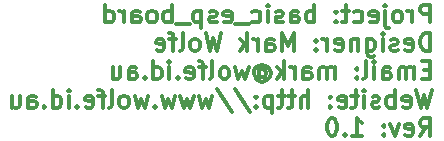
<source format=gbr>
G04 #@! TF.FileFunction,Legend,Bot*
%FSLAX46Y46*%
G04 Gerber Fmt 4.6, Leading zero omitted, Abs format (unit mm)*
G04 Created by KiCad (PCBNEW (2015-03-05 BZR 5481)-product) date Monday, 13 July 2015 02:26:57 pm*
%MOMM*%
G01*
G04 APERTURE LIST*
%ADD10C,0.100000*%
%ADD11C,0.300000*%
G04 APERTURE END LIST*
D10*
D11*
X94892857Y-47948571D02*
X94892857Y-46448571D01*
X94321429Y-46448571D01*
X94178571Y-46520000D01*
X94107143Y-46591429D01*
X94035714Y-46734286D01*
X94035714Y-46948571D01*
X94107143Y-47091429D01*
X94178571Y-47162857D01*
X94321429Y-47234286D01*
X94892857Y-47234286D01*
X93392857Y-47948571D02*
X93392857Y-46948571D01*
X93392857Y-47234286D02*
X93321429Y-47091429D01*
X93250000Y-47020000D01*
X93107143Y-46948571D01*
X92964286Y-46948571D01*
X92250000Y-47948571D02*
X92392858Y-47877143D01*
X92464286Y-47805714D01*
X92535715Y-47662857D01*
X92535715Y-47234286D01*
X92464286Y-47091429D01*
X92392858Y-47020000D01*
X92250000Y-46948571D01*
X92035715Y-46948571D01*
X91892858Y-47020000D01*
X91821429Y-47091429D01*
X91750000Y-47234286D01*
X91750000Y-47662857D01*
X91821429Y-47805714D01*
X91892858Y-47877143D01*
X92035715Y-47948571D01*
X92250000Y-47948571D01*
X91107143Y-46948571D02*
X91107143Y-48234286D01*
X91178572Y-48377143D01*
X91321429Y-48448571D01*
X91392857Y-48448571D01*
X91107143Y-46448571D02*
X91178572Y-46520000D01*
X91107143Y-46591429D01*
X91035715Y-46520000D01*
X91107143Y-46448571D01*
X91107143Y-46591429D01*
X89821429Y-47877143D02*
X89964286Y-47948571D01*
X90250000Y-47948571D01*
X90392857Y-47877143D01*
X90464286Y-47734286D01*
X90464286Y-47162857D01*
X90392857Y-47020000D01*
X90250000Y-46948571D01*
X89964286Y-46948571D01*
X89821429Y-47020000D01*
X89750000Y-47162857D01*
X89750000Y-47305714D01*
X90464286Y-47448571D01*
X88464286Y-47877143D02*
X88607143Y-47948571D01*
X88892857Y-47948571D01*
X89035715Y-47877143D01*
X89107143Y-47805714D01*
X89178572Y-47662857D01*
X89178572Y-47234286D01*
X89107143Y-47091429D01*
X89035715Y-47020000D01*
X88892857Y-46948571D01*
X88607143Y-46948571D01*
X88464286Y-47020000D01*
X88035715Y-46948571D02*
X87464286Y-46948571D01*
X87821429Y-46448571D02*
X87821429Y-47734286D01*
X87750001Y-47877143D01*
X87607143Y-47948571D01*
X87464286Y-47948571D01*
X86964286Y-47805714D02*
X86892858Y-47877143D01*
X86964286Y-47948571D01*
X87035715Y-47877143D01*
X86964286Y-47805714D01*
X86964286Y-47948571D01*
X86964286Y-47020000D02*
X86892858Y-47091429D01*
X86964286Y-47162857D01*
X87035715Y-47091429D01*
X86964286Y-47020000D01*
X86964286Y-47162857D01*
X85107143Y-47948571D02*
X85107143Y-46448571D01*
X85107143Y-47020000D02*
X84964286Y-46948571D01*
X84678572Y-46948571D01*
X84535715Y-47020000D01*
X84464286Y-47091429D01*
X84392857Y-47234286D01*
X84392857Y-47662857D01*
X84464286Y-47805714D01*
X84535715Y-47877143D01*
X84678572Y-47948571D01*
X84964286Y-47948571D01*
X85107143Y-47877143D01*
X83107143Y-47948571D02*
X83107143Y-47162857D01*
X83178572Y-47020000D01*
X83321429Y-46948571D01*
X83607143Y-46948571D01*
X83750000Y-47020000D01*
X83107143Y-47877143D02*
X83250000Y-47948571D01*
X83607143Y-47948571D01*
X83750000Y-47877143D01*
X83821429Y-47734286D01*
X83821429Y-47591429D01*
X83750000Y-47448571D01*
X83607143Y-47377143D01*
X83250000Y-47377143D01*
X83107143Y-47305714D01*
X82464286Y-47877143D02*
X82321429Y-47948571D01*
X82035714Y-47948571D01*
X81892857Y-47877143D01*
X81821429Y-47734286D01*
X81821429Y-47662857D01*
X81892857Y-47520000D01*
X82035714Y-47448571D01*
X82250000Y-47448571D01*
X82392857Y-47377143D01*
X82464286Y-47234286D01*
X82464286Y-47162857D01*
X82392857Y-47020000D01*
X82250000Y-46948571D01*
X82035714Y-46948571D01*
X81892857Y-47020000D01*
X81178571Y-47948571D02*
X81178571Y-46948571D01*
X81178571Y-46448571D02*
X81250000Y-46520000D01*
X81178571Y-46591429D01*
X81107143Y-46520000D01*
X81178571Y-46448571D01*
X81178571Y-46591429D01*
X79821428Y-47877143D02*
X79964285Y-47948571D01*
X80249999Y-47948571D01*
X80392857Y-47877143D01*
X80464285Y-47805714D01*
X80535714Y-47662857D01*
X80535714Y-47234286D01*
X80464285Y-47091429D01*
X80392857Y-47020000D01*
X80249999Y-46948571D01*
X79964285Y-46948571D01*
X79821428Y-47020000D01*
X79535714Y-48091429D02*
X78392857Y-48091429D01*
X77464286Y-47877143D02*
X77607143Y-47948571D01*
X77892857Y-47948571D01*
X78035714Y-47877143D01*
X78107143Y-47734286D01*
X78107143Y-47162857D01*
X78035714Y-47020000D01*
X77892857Y-46948571D01*
X77607143Y-46948571D01*
X77464286Y-47020000D01*
X77392857Y-47162857D01*
X77392857Y-47305714D01*
X78107143Y-47448571D01*
X76821429Y-47877143D02*
X76678572Y-47948571D01*
X76392857Y-47948571D01*
X76250000Y-47877143D01*
X76178572Y-47734286D01*
X76178572Y-47662857D01*
X76250000Y-47520000D01*
X76392857Y-47448571D01*
X76607143Y-47448571D01*
X76750000Y-47377143D01*
X76821429Y-47234286D01*
X76821429Y-47162857D01*
X76750000Y-47020000D01*
X76607143Y-46948571D01*
X76392857Y-46948571D01*
X76250000Y-47020000D01*
X75535714Y-46948571D02*
X75535714Y-48448571D01*
X75535714Y-47020000D02*
X75392857Y-46948571D01*
X75107143Y-46948571D01*
X74964286Y-47020000D01*
X74892857Y-47091429D01*
X74821428Y-47234286D01*
X74821428Y-47662857D01*
X74892857Y-47805714D01*
X74964286Y-47877143D01*
X75107143Y-47948571D01*
X75392857Y-47948571D01*
X75535714Y-47877143D01*
X74535714Y-48091429D02*
X73392857Y-48091429D01*
X73035714Y-47948571D02*
X73035714Y-46448571D01*
X73035714Y-47020000D02*
X72892857Y-46948571D01*
X72607143Y-46948571D01*
X72464286Y-47020000D01*
X72392857Y-47091429D01*
X72321428Y-47234286D01*
X72321428Y-47662857D01*
X72392857Y-47805714D01*
X72464286Y-47877143D01*
X72607143Y-47948571D01*
X72892857Y-47948571D01*
X73035714Y-47877143D01*
X71464285Y-47948571D02*
X71607143Y-47877143D01*
X71678571Y-47805714D01*
X71750000Y-47662857D01*
X71750000Y-47234286D01*
X71678571Y-47091429D01*
X71607143Y-47020000D01*
X71464285Y-46948571D01*
X71250000Y-46948571D01*
X71107143Y-47020000D01*
X71035714Y-47091429D01*
X70964285Y-47234286D01*
X70964285Y-47662857D01*
X71035714Y-47805714D01*
X71107143Y-47877143D01*
X71250000Y-47948571D01*
X71464285Y-47948571D01*
X69678571Y-47948571D02*
X69678571Y-47162857D01*
X69750000Y-47020000D01*
X69892857Y-46948571D01*
X70178571Y-46948571D01*
X70321428Y-47020000D01*
X69678571Y-47877143D02*
X69821428Y-47948571D01*
X70178571Y-47948571D01*
X70321428Y-47877143D01*
X70392857Y-47734286D01*
X70392857Y-47591429D01*
X70321428Y-47448571D01*
X70178571Y-47377143D01*
X69821428Y-47377143D01*
X69678571Y-47305714D01*
X68964285Y-47948571D02*
X68964285Y-46948571D01*
X68964285Y-47234286D02*
X68892857Y-47091429D01*
X68821428Y-47020000D01*
X68678571Y-46948571D01*
X68535714Y-46948571D01*
X67392857Y-47948571D02*
X67392857Y-46448571D01*
X67392857Y-47877143D02*
X67535714Y-47948571D01*
X67821428Y-47948571D01*
X67964286Y-47877143D01*
X68035714Y-47805714D01*
X68107143Y-47662857D01*
X68107143Y-47234286D01*
X68035714Y-47091429D01*
X67964286Y-47020000D01*
X67821428Y-46948571D01*
X67535714Y-46948571D01*
X67392857Y-47020000D01*
X94892857Y-50348571D02*
X94892857Y-48848571D01*
X94535714Y-48848571D01*
X94321429Y-48920000D01*
X94178571Y-49062857D01*
X94107143Y-49205714D01*
X94035714Y-49491429D01*
X94035714Y-49705714D01*
X94107143Y-49991429D01*
X94178571Y-50134286D01*
X94321429Y-50277143D01*
X94535714Y-50348571D01*
X94892857Y-50348571D01*
X92821429Y-50277143D02*
X92964286Y-50348571D01*
X93250000Y-50348571D01*
X93392857Y-50277143D01*
X93464286Y-50134286D01*
X93464286Y-49562857D01*
X93392857Y-49420000D01*
X93250000Y-49348571D01*
X92964286Y-49348571D01*
X92821429Y-49420000D01*
X92750000Y-49562857D01*
X92750000Y-49705714D01*
X93464286Y-49848571D01*
X92178572Y-50277143D02*
X92035715Y-50348571D01*
X91750000Y-50348571D01*
X91607143Y-50277143D01*
X91535715Y-50134286D01*
X91535715Y-50062857D01*
X91607143Y-49920000D01*
X91750000Y-49848571D01*
X91964286Y-49848571D01*
X92107143Y-49777143D01*
X92178572Y-49634286D01*
X92178572Y-49562857D01*
X92107143Y-49420000D01*
X91964286Y-49348571D01*
X91750000Y-49348571D01*
X91607143Y-49420000D01*
X90892857Y-50348571D02*
X90892857Y-49348571D01*
X90892857Y-48848571D02*
X90964286Y-48920000D01*
X90892857Y-48991429D01*
X90821429Y-48920000D01*
X90892857Y-48848571D01*
X90892857Y-48991429D01*
X89535714Y-49348571D02*
X89535714Y-50562857D01*
X89607143Y-50705714D01*
X89678571Y-50777143D01*
X89821428Y-50848571D01*
X90035714Y-50848571D01*
X90178571Y-50777143D01*
X89535714Y-50277143D02*
X89678571Y-50348571D01*
X89964285Y-50348571D01*
X90107143Y-50277143D01*
X90178571Y-50205714D01*
X90250000Y-50062857D01*
X90250000Y-49634286D01*
X90178571Y-49491429D01*
X90107143Y-49420000D01*
X89964285Y-49348571D01*
X89678571Y-49348571D01*
X89535714Y-49420000D01*
X88821428Y-49348571D02*
X88821428Y-50348571D01*
X88821428Y-49491429D02*
X88750000Y-49420000D01*
X88607142Y-49348571D01*
X88392857Y-49348571D01*
X88250000Y-49420000D01*
X88178571Y-49562857D01*
X88178571Y-50348571D01*
X86892857Y-50277143D02*
X87035714Y-50348571D01*
X87321428Y-50348571D01*
X87464285Y-50277143D01*
X87535714Y-50134286D01*
X87535714Y-49562857D01*
X87464285Y-49420000D01*
X87321428Y-49348571D01*
X87035714Y-49348571D01*
X86892857Y-49420000D01*
X86821428Y-49562857D01*
X86821428Y-49705714D01*
X87535714Y-49848571D01*
X86178571Y-50348571D02*
X86178571Y-49348571D01*
X86178571Y-49634286D02*
X86107143Y-49491429D01*
X86035714Y-49420000D01*
X85892857Y-49348571D01*
X85750000Y-49348571D01*
X85250000Y-50205714D02*
X85178572Y-50277143D01*
X85250000Y-50348571D01*
X85321429Y-50277143D01*
X85250000Y-50205714D01*
X85250000Y-50348571D01*
X85250000Y-49420000D02*
X85178572Y-49491429D01*
X85250000Y-49562857D01*
X85321429Y-49491429D01*
X85250000Y-49420000D01*
X85250000Y-49562857D01*
X83392857Y-50348571D02*
X83392857Y-48848571D01*
X82892857Y-49920000D01*
X82392857Y-48848571D01*
X82392857Y-50348571D01*
X81035714Y-50348571D02*
X81035714Y-49562857D01*
X81107143Y-49420000D01*
X81250000Y-49348571D01*
X81535714Y-49348571D01*
X81678571Y-49420000D01*
X81035714Y-50277143D02*
X81178571Y-50348571D01*
X81535714Y-50348571D01*
X81678571Y-50277143D01*
X81750000Y-50134286D01*
X81750000Y-49991429D01*
X81678571Y-49848571D01*
X81535714Y-49777143D01*
X81178571Y-49777143D01*
X81035714Y-49705714D01*
X80321428Y-50348571D02*
X80321428Y-49348571D01*
X80321428Y-49634286D02*
X80250000Y-49491429D01*
X80178571Y-49420000D01*
X80035714Y-49348571D01*
X79892857Y-49348571D01*
X79392857Y-50348571D02*
X79392857Y-48848571D01*
X79250000Y-49777143D02*
X78821429Y-50348571D01*
X78821429Y-49348571D02*
X79392857Y-49920000D01*
X77178571Y-48848571D02*
X76821428Y-50348571D01*
X76535714Y-49277143D01*
X76250000Y-50348571D01*
X75892857Y-48848571D01*
X75107142Y-50348571D02*
X75250000Y-50277143D01*
X75321428Y-50205714D01*
X75392857Y-50062857D01*
X75392857Y-49634286D01*
X75321428Y-49491429D01*
X75250000Y-49420000D01*
X75107142Y-49348571D01*
X74892857Y-49348571D01*
X74750000Y-49420000D01*
X74678571Y-49491429D01*
X74607142Y-49634286D01*
X74607142Y-50062857D01*
X74678571Y-50205714D01*
X74750000Y-50277143D01*
X74892857Y-50348571D01*
X75107142Y-50348571D01*
X73749999Y-50348571D02*
X73892857Y-50277143D01*
X73964285Y-50134286D01*
X73964285Y-48848571D01*
X73392857Y-49348571D02*
X72821428Y-49348571D01*
X73178571Y-50348571D02*
X73178571Y-49062857D01*
X73107143Y-48920000D01*
X72964285Y-48848571D01*
X72821428Y-48848571D01*
X71750000Y-50277143D02*
X71892857Y-50348571D01*
X72178571Y-50348571D01*
X72321428Y-50277143D01*
X72392857Y-50134286D01*
X72392857Y-49562857D01*
X72321428Y-49420000D01*
X72178571Y-49348571D01*
X71892857Y-49348571D01*
X71750000Y-49420000D01*
X71678571Y-49562857D01*
X71678571Y-49705714D01*
X72392857Y-49848571D01*
X94892857Y-51962857D02*
X94392857Y-51962857D01*
X94178571Y-52748571D02*
X94892857Y-52748571D01*
X94892857Y-51248571D01*
X94178571Y-51248571D01*
X93535714Y-52748571D02*
X93535714Y-51748571D01*
X93535714Y-51891429D02*
X93464286Y-51820000D01*
X93321428Y-51748571D01*
X93107143Y-51748571D01*
X92964286Y-51820000D01*
X92892857Y-51962857D01*
X92892857Y-52748571D01*
X92892857Y-51962857D02*
X92821428Y-51820000D01*
X92678571Y-51748571D01*
X92464286Y-51748571D01*
X92321428Y-51820000D01*
X92250000Y-51962857D01*
X92250000Y-52748571D01*
X90892857Y-52748571D02*
X90892857Y-51962857D01*
X90964286Y-51820000D01*
X91107143Y-51748571D01*
X91392857Y-51748571D01*
X91535714Y-51820000D01*
X90892857Y-52677143D02*
X91035714Y-52748571D01*
X91392857Y-52748571D01*
X91535714Y-52677143D01*
X91607143Y-52534286D01*
X91607143Y-52391429D01*
X91535714Y-52248571D01*
X91392857Y-52177143D01*
X91035714Y-52177143D01*
X90892857Y-52105714D01*
X90178571Y-52748571D02*
X90178571Y-51748571D01*
X90178571Y-51248571D02*
X90250000Y-51320000D01*
X90178571Y-51391429D01*
X90107143Y-51320000D01*
X90178571Y-51248571D01*
X90178571Y-51391429D01*
X89249999Y-52748571D02*
X89392857Y-52677143D01*
X89464285Y-52534286D01*
X89464285Y-51248571D01*
X88678571Y-52605714D02*
X88607143Y-52677143D01*
X88678571Y-52748571D01*
X88750000Y-52677143D01*
X88678571Y-52605714D01*
X88678571Y-52748571D01*
X88678571Y-51820000D02*
X88607143Y-51891429D01*
X88678571Y-51962857D01*
X88750000Y-51891429D01*
X88678571Y-51820000D01*
X88678571Y-51962857D01*
X86821428Y-52748571D02*
X86821428Y-51748571D01*
X86821428Y-51891429D02*
X86750000Y-51820000D01*
X86607142Y-51748571D01*
X86392857Y-51748571D01*
X86250000Y-51820000D01*
X86178571Y-51962857D01*
X86178571Y-52748571D01*
X86178571Y-51962857D02*
X86107142Y-51820000D01*
X85964285Y-51748571D01*
X85750000Y-51748571D01*
X85607142Y-51820000D01*
X85535714Y-51962857D01*
X85535714Y-52748571D01*
X84178571Y-52748571D02*
X84178571Y-51962857D01*
X84250000Y-51820000D01*
X84392857Y-51748571D01*
X84678571Y-51748571D01*
X84821428Y-51820000D01*
X84178571Y-52677143D02*
X84321428Y-52748571D01*
X84678571Y-52748571D01*
X84821428Y-52677143D01*
X84892857Y-52534286D01*
X84892857Y-52391429D01*
X84821428Y-52248571D01*
X84678571Y-52177143D01*
X84321428Y-52177143D01*
X84178571Y-52105714D01*
X83464285Y-52748571D02*
X83464285Y-51748571D01*
X83464285Y-52034286D02*
X83392857Y-51891429D01*
X83321428Y-51820000D01*
X83178571Y-51748571D01*
X83035714Y-51748571D01*
X82535714Y-52748571D02*
X82535714Y-51248571D01*
X82392857Y-52177143D02*
X81964286Y-52748571D01*
X81964286Y-51748571D02*
X82535714Y-52320000D01*
X80392857Y-52034286D02*
X80464285Y-51962857D01*
X80607142Y-51891429D01*
X80750000Y-51891429D01*
X80892857Y-51962857D01*
X80964285Y-52034286D01*
X81035714Y-52177143D01*
X81035714Y-52320000D01*
X80964285Y-52462857D01*
X80892857Y-52534286D01*
X80750000Y-52605714D01*
X80607142Y-52605714D01*
X80464285Y-52534286D01*
X80392857Y-52462857D01*
X80392857Y-51891429D02*
X80392857Y-52462857D01*
X80321428Y-52534286D01*
X80250000Y-52534286D01*
X80107142Y-52462857D01*
X80035714Y-52320000D01*
X80035714Y-51962857D01*
X80178571Y-51748571D01*
X80392857Y-51605714D01*
X80678571Y-51534286D01*
X80964285Y-51605714D01*
X81178571Y-51748571D01*
X81321428Y-51962857D01*
X81392857Y-52248571D01*
X81321428Y-52534286D01*
X81178571Y-52748571D01*
X80964285Y-52891429D01*
X80678571Y-52962857D01*
X80392857Y-52891429D01*
X80178571Y-52748571D01*
X79535714Y-51748571D02*
X79250000Y-52748571D01*
X78964286Y-52034286D01*
X78678571Y-52748571D01*
X78392857Y-51748571D01*
X77607142Y-52748571D02*
X77750000Y-52677143D01*
X77821428Y-52605714D01*
X77892857Y-52462857D01*
X77892857Y-52034286D01*
X77821428Y-51891429D01*
X77750000Y-51820000D01*
X77607142Y-51748571D01*
X77392857Y-51748571D01*
X77250000Y-51820000D01*
X77178571Y-51891429D01*
X77107142Y-52034286D01*
X77107142Y-52462857D01*
X77178571Y-52605714D01*
X77250000Y-52677143D01*
X77392857Y-52748571D01*
X77607142Y-52748571D01*
X76249999Y-52748571D02*
X76392857Y-52677143D01*
X76464285Y-52534286D01*
X76464285Y-51248571D01*
X75892857Y-51748571D02*
X75321428Y-51748571D01*
X75678571Y-52748571D02*
X75678571Y-51462857D01*
X75607143Y-51320000D01*
X75464285Y-51248571D01*
X75321428Y-51248571D01*
X74250000Y-52677143D02*
X74392857Y-52748571D01*
X74678571Y-52748571D01*
X74821428Y-52677143D01*
X74892857Y-52534286D01*
X74892857Y-51962857D01*
X74821428Y-51820000D01*
X74678571Y-51748571D01*
X74392857Y-51748571D01*
X74250000Y-51820000D01*
X74178571Y-51962857D01*
X74178571Y-52105714D01*
X74892857Y-52248571D01*
X73535714Y-52605714D02*
X73464286Y-52677143D01*
X73535714Y-52748571D01*
X73607143Y-52677143D01*
X73535714Y-52605714D01*
X73535714Y-52748571D01*
X72821428Y-52748571D02*
X72821428Y-51748571D01*
X72821428Y-51248571D02*
X72892857Y-51320000D01*
X72821428Y-51391429D01*
X72750000Y-51320000D01*
X72821428Y-51248571D01*
X72821428Y-51391429D01*
X71464285Y-52748571D02*
X71464285Y-51248571D01*
X71464285Y-52677143D02*
X71607142Y-52748571D01*
X71892856Y-52748571D01*
X72035714Y-52677143D01*
X72107142Y-52605714D01*
X72178571Y-52462857D01*
X72178571Y-52034286D01*
X72107142Y-51891429D01*
X72035714Y-51820000D01*
X71892856Y-51748571D01*
X71607142Y-51748571D01*
X71464285Y-51820000D01*
X70749999Y-52605714D02*
X70678571Y-52677143D01*
X70749999Y-52748571D01*
X70821428Y-52677143D01*
X70749999Y-52605714D01*
X70749999Y-52748571D01*
X69392856Y-52748571D02*
X69392856Y-51962857D01*
X69464285Y-51820000D01*
X69607142Y-51748571D01*
X69892856Y-51748571D01*
X70035713Y-51820000D01*
X69392856Y-52677143D02*
X69535713Y-52748571D01*
X69892856Y-52748571D01*
X70035713Y-52677143D01*
X70107142Y-52534286D01*
X70107142Y-52391429D01*
X70035713Y-52248571D01*
X69892856Y-52177143D01*
X69535713Y-52177143D01*
X69392856Y-52105714D01*
X68035713Y-51748571D02*
X68035713Y-52748571D01*
X68678570Y-51748571D02*
X68678570Y-52534286D01*
X68607142Y-52677143D01*
X68464284Y-52748571D01*
X68249999Y-52748571D01*
X68107142Y-52677143D01*
X68035713Y-52605714D01*
X95035714Y-53648571D02*
X94678571Y-55148571D01*
X94392857Y-54077143D01*
X94107143Y-55148571D01*
X93750000Y-53648571D01*
X92607143Y-55077143D02*
X92750000Y-55148571D01*
X93035714Y-55148571D01*
X93178571Y-55077143D01*
X93250000Y-54934286D01*
X93250000Y-54362857D01*
X93178571Y-54220000D01*
X93035714Y-54148571D01*
X92750000Y-54148571D01*
X92607143Y-54220000D01*
X92535714Y-54362857D01*
X92535714Y-54505714D01*
X93250000Y-54648571D01*
X91892857Y-55148571D02*
X91892857Y-53648571D01*
X91892857Y-54220000D02*
X91750000Y-54148571D01*
X91464286Y-54148571D01*
X91321429Y-54220000D01*
X91250000Y-54291429D01*
X91178571Y-54434286D01*
X91178571Y-54862857D01*
X91250000Y-55005714D01*
X91321429Y-55077143D01*
X91464286Y-55148571D01*
X91750000Y-55148571D01*
X91892857Y-55077143D01*
X90607143Y-55077143D02*
X90464286Y-55148571D01*
X90178571Y-55148571D01*
X90035714Y-55077143D01*
X89964286Y-54934286D01*
X89964286Y-54862857D01*
X90035714Y-54720000D01*
X90178571Y-54648571D01*
X90392857Y-54648571D01*
X90535714Y-54577143D01*
X90607143Y-54434286D01*
X90607143Y-54362857D01*
X90535714Y-54220000D01*
X90392857Y-54148571D01*
X90178571Y-54148571D01*
X90035714Y-54220000D01*
X89321428Y-55148571D02*
X89321428Y-54148571D01*
X89321428Y-53648571D02*
X89392857Y-53720000D01*
X89321428Y-53791429D01*
X89250000Y-53720000D01*
X89321428Y-53648571D01*
X89321428Y-53791429D01*
X88821428Y-54148571D02*
X88249999Y-54148571D01*
X88607142Y-53648571D02*
X88607142Y-54934286D01*
X88535714Y-55077143D01*
X88392856Y-55148571D01*
X88249999Y-55148571D01*
X87178571Y-55077143D02*
X87321428Y-55148571D01*
X87607142Y-55148571D01*
X87749999Y-55077143D01*
X87821428Y-54934286D01*
X87821428Y-54362857D01*
X87749999Y-54220000D01*
X87607142Y-54148571D01*
X87321428Y-54148571D01*
X87178571Y-54220000D01*
X87107142Y-54362857D01*
X87107142Y-54505714D01*
X87821428Y-54648571D01*
X86464285Y-55005714D02*
X86392857Y-55077143D01*
X86464285Y-55148571D01*
X86535714Y-55077143D01*
X86464285Y-55005714D01*
X86464285Y-55148571D01*
X86464285Y-54220000D02*
X86392857Y-54291429D01*
X86464285Y-54362857D01*
X86535714Y-54291429D01*
X86464285Y-54220000D01*
X86464285Y-54362857D01*
X84607142Y-55148571D02*
X84607142Y-53648571D01*
X83964285Y-55148571D02*
X83964285Y-54362857D01*
X84035714Y-54220000D01*
X84178571Y-54148571D01*
X84392856Y-54148571D01*
X84535714Y-54220000D01*
X84607142Y-54291429D01*
X83464285Y-54148571D02*
X82892856Y-54148571D01*
X83249999Y-53648571D02*
X83249999Y-54934286D01*
X83178571Y-55077143D01*
X83035713Y-55148571D01*
X82892856Y-55148571D01*
X82607142Y-54148571D02*
X82035713Y-54148571D01*
X82392856Y-53648571D02*
X82392856Y-54934286D01*
X82321428Y-55077143D01*
X82178570Y-55148571D01*
X82035713Y-55148571D01*
X81535713Y-54148571D02*
X81535713Y-55648571D01*
X81535713Y-54220000D02*
X81392856Y-54148571D01*
X81107142Y-54148571D01*
X80964285Y-54220000D01*
X80892856Y-54291429D01*
X80821427Y-54434286D01*
X80821427Y-54862857D01*
X80892856Y-55005714D01*
X80964285Y-55077143D01*
X81107142Y-55148571D01*
X81392856Y-55148571D01*
X81535713Y-55077143D01*
X80178570Y-55005714D02*
X80107142Y-55077143D01*
X80178570Y-55148571D01*
X80249999Y-55077143D01*
X80178570Y-55005714D01*
X80178570Y-55148571D01*
X80178570Y-54220000D02*
X80107142Y-54291429D01*
X80178570Y-54362857D01*
X80249999Y-54291429D01*
X80178570Y-54220000D01*
X80178570Y-54362857D01*
X78392856Y-53577143D02*
X79678570Y-55505714D01*
X76821427Y-53577143D02*
X78107141Y-55505714D01*
X76464283Y-54148571D02*
X76178569Y-55148571D01*
X75892855Y-54434286D01*
X75607140Y-55148571D01*
X75321426Y-54148571D01*
X74892854Y-54148571D02*
X74607140Y-55148571D01*
X74321426Y-54434286D01*
X74035711Y-55148571D01*
X73749997Y-54148571D01*
X73321425Y-54148571D02*
X73035711Y-55148571D01*
X72749997Y-54434286D01*
X72464282Y-55148571D01*
X72178568Y-54148571D01*
X71607139Y-55005714D02*
X71535711Y-55077143D01*
X71607139Y-55148571D01*
X71678568Y-55077143D01*
X71607139Y-55005714D01*
X71607139Y-55148571D01*
X71035710Y-54148571D02*
X70749996Y-55148571D01*
X70464282Y-54434286D01*
X70178567Y-55148571D01*
X69892853Y-54148571D01*
X69107138Y-55148571D02*
X69249996Y-55077143D01*
X69321424Y-55005714D01*
X69392853Y-54862857D01*
X69392853Y-54434286D01*
X69321424Y-54291429D01*
X69249996Y-54220000D01*
X69107138Y-54148571D01*
X68892853Y-54148571D01*
X68749996Y-54220000D01*
X68678567Y-54291429D01*
X68607138Y-54434286D01*
X68607138Y-54862857D01*
X68678567Y-55005714D01*
X68749996Y-55077143D01*
X68892853Y-55148571D01*
X69107138Y-55148571D01*
X67749995Y-55148571D02*
X67892853Y-55077143D01*
X67964281Y-54934286D01*
X67964281Y-53648571D01*
X67392853Y-54148571D02*
X66821424Y-54148571D01*
X67178567Y-55148571D02*
X67178567Y-53862857D01*
X67107139Y-53720000D01*
X66964281Y-53648571D01*
X66821424Y-53648571D01*
X65749996Y-55077143D02*
X65892853Y-55148571D01*
X66178567Y-55148571D01*
X66321424Y-55077143D01*
X66392853Y-54934286D01*
X66392853Y-54362857D01*
X66321424Y-54220000D01*
X66178567Y-54148571D01*
X65892853Y-54148571D01*
X65749996Y-54220000D01*
X65678567Y-54362857D01*
X65678567Y-54505714D01*
X66392853Y-54648571D01*
X65035710Y-55005714D02*
X64964282Y-55077143D01*
X65035710Y-55148571D01*
X65107139Y-55077143D01*
X65035710Y-55005714D01*
X65035710Y-55148571D01*
X64321424Y-55148571D02*
X64321424Y-54148571D01*
X64321424Y-53648571D02*
X64392853Y-53720000D01*
X64321424Y-53791429D01*
X64249996Y-53720000D01*
X64321424Y-53648571D01*
X64321424Y-53791429D01*
X62964281Y-55148571D02*
X62964281Y-53648571D01*
X62964281Y-55077143D02*
X63107138Y-55148571D01*
X63392852Y-55148571D01*
X63535710Y-55077143D01*
X63607138Y-55005714D01*
X63678567Y-54862857D01*
X63678567Y-54434286D01*
X63607138Y-54291429D01*
X63535710Y-54220000D01*
X63392852Y-54148571D01*
X63107138Y-54148571D01*
X62964281Y-54220000D01*
X62249995Y-55005714D02*
X62178567Y-55077143D01*
X62249995Y-55148571D01*
X62321424Y-55077143D01*
X62249995Y-55005714D01*
X62249995Y-55148571D01*
X60892852Y-55148571D02*
X60892852Y-54362857D01*
X60964281Y-54220000D01*
X61107138Y-54148571D01*
X61392852Y-54148571D01*
X61535709Y-54220000D01*
X60892852Y-55077143D02*
X61035709Y-55148571D01*
X61392852Y-55148571D01*
X61535709Y-55077143D01*
X61607138Y-54934286D01*
X61607138Y-54791429D01*
X61535709Y-54648571D01*
X61392852Y-54577143D01*
X61035709Y-54577143D01*
X60892852Y-54505714D01*
X59535709Y-54148571D02*
X59535709Y-55148571D01*
X60178566Y-54148571D02*
X60178566Y-54934286D01*
X60107138Y-55077143D01*
X59964280Y-55148571D01*
X59749995Y-55148571D01*
X59607138Y-55077143D01*
X59535709Y-55005714D01*
X94035714Y-57548571D02*
X94535714Y-56834286D01*
X94892857Y-57548571D02*
X94892857Y-56048571D01*
X94321429Y-56048571D01*
X94178571Y-56120000D01*
X94107143Y-56191429D01*
X94035714Y-56334286D01*
X94035714Y-56548571D01*
X94107143Y-56691429D01*
X94178571Y-56762857D01*
X94321429Y-56834286D01*
X94892857Y-56834286D01*
X92821429Y-57477143D02*
X92964286Y-57548571D01*
X93250000Y-57548571D01*
X93392857Y-57477143D01*
X93464286Y-57334286D01*
X93464286Y-56762857D01*
X93392857Y-56620000D01*
X93250000Y-56548571D01*
X92964286Y-56548571D01*
X92821429Y-56620000D01*
X92750000Y-56762857D01*
X92750000Y-56905714D01*
X93464286Y-57048571D01*
X92250000Y-56548571D02*
X91892857Y-57548571D01*
X91535715Y-56548571D01*
X90964286Y-57405714D02*
X90892858Y-57477143D01*
X90964286Y-57548571D01*
X91035715Y-57477143D01*
X90964286Y-57405714D01*
X90964286Y-57548571D01*
X90964286Y-56620000D02*
X90892858Y-56691429D01*
X90964286Y-56762857D01*
X91035715Y-56691429D01*
X90964286Y-56620000D01*
X90964286Y-56762857D01*
X88321429Y-57548571D02*
X89178572Y-57548571D01*
X88750000Y-57548571D02*
X88750000Y-56048571D01*
X88892857Y-56262857D01*
X89035715Y-56405714D01*
X89178572Y-56477143D01*
X87678572Y-57405714D02*
X87607144Y-57477143D01*
X87678572Y-57548571D01*
X87750001Y-57477143D01*
X87678572Y-57405714D01*
X87678572Y-57548571D01*
X86678572Y-56048571D02*
X86535715Y-56048571D01*
X86392858Y-56120000D01*
X86321429Y-56191429D01*
X86250000Y-56334286D01*
X86178572Y-56620000D01*
X86178572Y-56977143D01*
X86250000Y-57262857D01*
X86321429Y-57405714D01*
X86392858Y-57477143D01*
X86535715Y-57548571D01*
X86678572Y-57548571D01*
X86821429Y-57477143D01*
X86892858Y-57405714D01*
X86964286Y-57262857D01*
X87035715Y-56977143D01*
X87035715Y-56620000D01*
X86964286Y-56334286D01*
X86892858Y-56191429D01*
X86821429Y-56120000D01*
X86678572Y-56048571D01*
M02*

</source>
